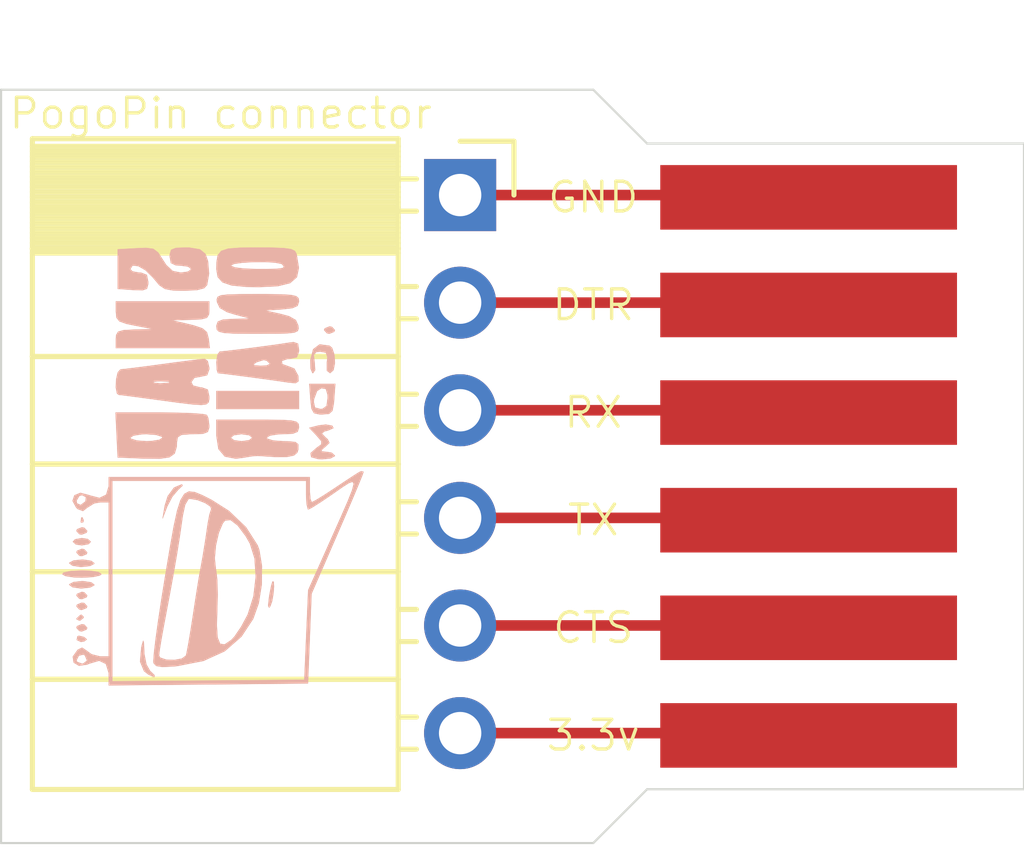
<source format=kicad_pcb>
(kicad_pcb (version 20171130) (host pcbnew "(5.1.2)-1")

  (general
    (thickness 1.6)
    (drawings 15)
    (tracks 12)
    (zones 0)
    (modules 3)
    (nets 7)
  )

  (page A4)
  (layers
    (0 F.Cu signal)
    (31 B.Cu signal)
    (32 B.Adhes user)
    (33 F.Adhes user)
    (34 B.Paste user)
    (35 F.Paste user)
    (36 B.SilkS user)
    (37 F.SilkS user)
    (38 B.Mask user)
    (39 F.Mask user)
    (40 Dwgs.User user)
    (41 Cmts.User user)
    (42 Eco1.User user)
    (43 Eco2.User user)
    (44 Edge.Cuts user)
    (45 Margin user)
    (46 B.CrtYd user)
    (47 F.CrtYd user)
    (48 B.Fab user)
    (49 F.Fab user)
  )

  (setup
    (last_trace_width 0.25)
    (trace_clearance 0.2)
    (zone_clearance 0.508)
    (zone_45_only no)
    (trace_min 0.2)
    (via_size 0.8)
    (via_drill 0.4)
    (via_min_size 0.4)
    (via_min_drill 0.3)
    (uvia_size 0.3)
    (uvia_drill 0.1)
    (uvias_allowed no)
    (uvia_min_size 0.2)
    (uvia_min_drill 0.1)
    (edge_width 0.05)
    (segment_width 0.2)
    (pcb_text_width 0.3)
    (pcb_text_size 1.5 1.5)
    (mod_edge_width 0.12)
    (mod_text_size 1 1)
    (mod_text_width 0.15)
    (pad_size 1.524 1.524)
    (pad_drill 0.762)
    (pad_to_mask_clearance 0.051)
    (solder_mask_min_width 0.25)
    (aux_axis_origin 0 0)
    (visible_elements 7FFFFFFF)
    (pcbplotparams
      (layerselection 0x010ff_ffffffff)
      (usegerberextensions false)
      (usegerberattributes false)
      (usegerberadvancedattributes false)
      (creategerberjobfile false)
      (excludeedgelayer true)
      (linewidth 0.100000)
      (plotframeref false)
      (viasonmask false)
      (mode 1)
      (useauxorigin false)
      (hpglpennumber 1)
      (hpglpenspeed 20)
      (hpglpendiameter 15.000000)
      (psnegative false)
      (psa4output false)
      (plotreference true)
      (plotvalue true)
      (plotinvisibletext false)
      (padsonsilk false)
      (subtractmaskfromsilk false)
      (outputformat 1)
      (mirror false)
      (drillshape 0)
      (scaleselection 1)
      (outputdirectory "gerber/"))
  )

  (net 0 "")
  (net 1 "Net-(J1-Pad6)")
  (net 2 "Net-(J1-Pad5)")
  (net 3 "Net-(J1-Pad4)")
  (net 4 "Net-(J1-Pad3)")
  (net 5 "Net-(J1-Pad2)")
  (net 6 "Net-(J1-Pad1)")

  (net_class Default "Ceci est la Netclass par défaut."
    (clearance 0.2)
    (trace_width 0.25)
    (via_dia 0.8)
    (via_drill 0.4)
    (uvia_dia 0.3)
    (uvia_drill 0.1)
    (add_net "Net-(J1-Pad1)")
    (add_net "Net-(J1-Pad2)")
    (add_net "Net-(J1-Pad3)")
    (add_net "Net-(J1-Pad4)")
    (add_net "Net-(J1-Pad5)")
    (add_net "Net-(J1-Pad6)")
  )

  (module 18650:SOALOGO (layer B.Cu) (tedit 0) (tstamp 5D2B6E91)
    (at 88.9 66.04 270)
    (fp_text reference G*** (at 0 0 90) (layer B.SilkS) hide
      (effects (font (size 1.524 1.524) (thickness 0.3)) (justify mirror))
    )
    (fp_text value LOGO (at 0.75 0 90) (layer B.SilkS) hide
      (effects (font (size 1.524 1.524) (thickness 0.3)) (justify mirror))
    )
    (fp_poly (pts (xy 4.832502 1.706709) (xy 4.916327 1.598091) (xy 4.970983 1.462405) (xy 4.928636 1.460043)
      (xy 4.826 1.566333) (xy 4.674738 1.651636) (xy 4.431819 1.699924) (xy 4.371133 1.70335)
      (xy 4.163759 1.711898) (xy 4.113806 1.726536) (xy 4.209376 1.755703) (xy 4.275667 1.771056)
      (xy 4.608278 1.799917) (xy 4.832502 1.706709)) (layer B.SilkS) (width 0.01))
    (fp_poly (pts (xy 0.943031 1.159809) (xy 0.714873 1.040733) (xy 0.547774 0.899393) (xy 0.540865 0.890369)
      (xy 0.452831 0.798698) (xy 0.423333 0.814302) (xy 0.500685 0.998873) (xy 0.703484 1.147964)
      (xy 0.931333 1.219007) (xy 1.227667 1.268516) (xy 0.943031 1.159809)) (layer B.SilkS) (width 0.01))
    (fp_poly (pts (xy 4.64197 1.482777) (xy 4.709767 1.418458) (xy 4.733976 1.270497) (xy 4.71936 1.001422)
      (xy 4.712215 0.929955) (xy 4.590043 0.305056) (xy 4.361604 -0.196507) (xy 4.017074 -0.590581)
      (xy 3.598333 -0.867107) (xy 3.2311 -0.997679) (xy 2.793319 -1.067877) (xy 2.351344 -1.073723)
      (xy 1.971528 -1.011236) (xy 1.862667 -0.971192) (xy 1.435617 -0.697665) (xy 1.088583 -0.334975)
      (xy 1.265712 -0.334975) (xy 1.396295 -0.503913) (xy 1.648469 -0.692259) (xy 1.820333 -0.790649)
      (xy 2.172437 -0.900865) (xy 2.609169 -0.928011) (xy 3.068846 -0.874265) (xy 3.489788 -0.741806)
      (xy 3.513667 -0.73084) (xy 3.784416 -0.58508) (xy 4.010083 -0.431593) (xy 4.093461 -0.356002)
      (xy 4.202989 -0.195819) (xy 4.189307 -0.088117) (xy 4.041075 -0.027418) (xy 3.746955 -0.008241)
      (xy 3.396638 -0.01924) (xy 3.028027 -0.029043) (xy 2.694828 -0.020286) (xy 2.455478 0.005008)
      (xy 2.413 0.014846) (xy 2.168911 0.039964) (xy 1.865601 0.012336) (xy 1.568213 -0.05543)
      (xy 1.341889 -0.150728) (xy 1.27525 -0.20534) (xy 1.265712 -0.334975) (xy 1.088583 -0.334975)
      (xy 1.052474 -0.297237) (xy 0.791801 0.11283) (xy 0.679102 0.336093) (xy 0.607414 0.511442)
      (xy 0.594519 0.629604) (xy 0.762 0.629604) (xy 0.79224 0.447269) (xy 0.863965 0.264099)
      (xy 0.948681 0.139286) (xy 1.006703 0.121254) (xy 1.137032 0.163939) (xy 1.350649 0.204048)
      (xy 1.366694 0.206263) (xy 1.730064 0.259186) (xy 2.116357 0.321644) (xy 2.438704 0.379464)
      (xy 2.487229 0.389096) (xy 2.645588 0.416965) (xy 2.925492 0.46221) (xy 3.280967 0.5175)
      (xy 3.513667 0.552786) (xy 3.882016 0.610217) (xy 4.192182 0.662515) (xy 4.402741 0.702483)
      (xy 4.466167 0.718293) (xy 4.537584 0.815165) (xy 4.569531 0.99418) (xy 4.562008 1.187135)
      (xy 4.515015 1.325827) (xy 4.466167 1.354652) (xy 4.33601 1.339501) (xy 4.089406 1.299492)
      (xy 3.775993 1.242766) (xy 3.725333 1.233136) (xy 3.052637 1.105774) (xy 2.507128 1.005965)
      (xy 2.050145 0.927086) (xy 1.643025 0.862514) (xy 1.247108 0.805625) (xy 1.164167 0.794358)
      (xy 0.903371 0.737314) (xy 0.77195 0.659303) (xy 0.762 0.629604) (xy 0.594519 0.629604)
      (xy 0.592456 0.648507) (xy 0.649943 0.756918) (xy 0.795591 0.846307) (xy 1.045117 0.926303)
      (xy 1.414236 1.006537) (xy 1.918666 1.09664) (xy 2.574121 1.206241) (xy 2.57694 1.20671)
      (xy 3.134913 1.29679) (xy 3.64087 1.373134) (xy 4.069675 1.432381) (xy 4.396187 1.471171)
      (xy 4.595268 1.486143) (xy 4.64197 1.482777)) (layer B.SilkS) (width 0.01))
    (fp_poly (pts (xy 3.333947 -1.245439) (xy 3.302 -1.271103) (xy 3.182007 -1.313378) (xy 3.006264 -1.344135)
      (xy 2.833475 -1.35804) (xy 2.72234 -1.349758) (xy 2.716389 -1.324317) (xy 2.81485 -1.293504)
      (xy 3.017162 -1.253844) (xy 3.090333 -1.24205) (xy 3.291945 -1.221147) (xy 3.333947 -1.245439)) (layer B.SilkS) (width 0.01))
    (fp_poly (pts (xy 3.639696 3.236494) (xy 3.640667 3.217333) (xy 3.575579 3.13592) (xy 3.551003 3.132666)
      (xy 3.500437 3.184536) (xy 3.513667 3.217333) (xy 3.589749 3.298104) (xy 3.60333 3.302)
      (xy 3.639696 3.236494)) (layer B.SilkS) (width 0.01))
    (fp_poly (pts (xy 1.326444 3.189111) (xy 1.314822 3.138777) (xy 1.27 3.132666) (xy 1.20031 3.163645)
      (xy 1.213555 3.189111) (xy 1.314035 3.199244) (xy 1.326444 3.189111)) (layer B.SilkS) (width 0.01))
    (fp_poly (pts (xy 4.141031 3.199701) (xy 4.130654 3.120962) (xy 4.084022 3.057228) (xy 4.02869 3.121303)
      (xy 3.997622 3.245948) (xy 4.013188 3.279411) (xy 4.096888 3.293314) (xy 4.141031 3.199701)) (layer B.SilkS) (width 0.01))
    (fp_poly (pts (xy 3.885114 3.233423) (xy 3.894667 3.175) (xy 3.848949 3.062328) (xy 3.81 3.048)
      (xy 3.734885 3.116576) (xy 3.725333 3.175) (xy 3.771051 3.287672) (xy 3.81 3.302)
      (xy 3.885114 3.233423)) (layer B.SilkS) (width 0.01))
    (fp_poly (pts (xy 3.377114 3.233423) (xy 3.386667 3.175) (xy 3.340949 3.062328) (xy 3.302 3.048)
      (xy 3.226885 3.116576) (xy 3.217333 3.175) (xy 3.263051 3.287672) (xy 3.302 3.302)
      (xy 3.377114 3.233423)) (layer B.SilkS) (width 0.01))
    (fp_poly (pts (xy 3.123114 3.233423) (xy 3.132667 3.175) (xy 3.086949 3.062328) (xy 3.048 3.048)
      (xy 2.972885 3.116576) (xy 2.963333 3.175) (xy 3.009051 3.287672) (xy 3.048 3.302)
      (xy 3.123114 3.233423)) (layer B.SilkS) (width 0.01))
    (fp_poly (pts (xy 2.107114 3.233423) (xy 2.116667 3.175) (xy 2.070949 3.062328) (xy 2.032 3.048)
      (xy 1.956885 3.116576) (xy 1.947333 3.175) (xy 1.993051 3.287672) (xy 2.032 3.302)
      (xy 2.107114 3.233423)) (layer B.SilkS) (width 0.01))
    (fp_poly (pts (xy 1.599114 3.233423) (xy 1.608667 3.175) (xy 1.562949 3.062328) (xy 1.524 3.048)
      (xy 1.448885 3.116576) (xy 1.439333 3.175) (xy 1.485051 3.287672) (xy 1.524 3.302)
      (xy 1.599114 3.233423)) (layer B.SilkS) (width 0.01))
    (fp_poly (pts (xy 1.841646 3.31421) (xy 1.862667 3.175) (xy 1.833684 3.015885) (xy 1.778 2.963333)
      (xy 1.714354 3.035789) (xy 1.693333 3.175) (xy 1.722316 3.334115) (xy 1.778 3.386666)
      (xy 1.841646 3.31421)) (layer B.SilkS) (width 0.01))
    (fp_poly (pts (xy 2.849962 3.396904) (xy 2.877935 3.21389) (xy 2.878667 3.175) (xy 2.857401 2.979132)
      (xy 2.805111 2.881226) (xy 2.794 2.878666) (xy 2.738038 2.953095) (xy 2.710064 3.13611)
      (xy 2.709333 3.175) (xy 2.730599 3.370867) (xy 2.782888 3.468774) (xy 2.794 3.471333)
      (xy 2.849962 3.396904)) (layer B.SilkS) (width 0.01))
    (fp_poly (pts (xy 2.341962 3.396904) (xy 2.369935 3.21389) (xy 2.370667 3.175) (xy 2.349401 2.979132)
      (xy 2.297111 2.881226) (xy 2.286 2.878666) (xy 2.230038 2.953095) (xy 2.202064 3.13611)
      (xy 2.201333 3.175) (xy 2.222599 3.370867) (xy 2.274888 3.468774) (xy 2.286 3.471333)
      (xy 2.341962 3.396904)) (layer B.SilkS) (width 0.01))
    (fp_poly (pts (xy 2.586366 3.564115) (xy 2.617119 3.366642) (xy 2.624667 3.175) (xy 2.610748 2.919985)
      (xy 2.574844 2.750843) (xy 2.54 2.709333) (xy 2.493633 2.785885) (xy 2.46288 2.983358)
      (xy 2.455333 3.175) (xy 2.469252 3.430015) (xy 2.505156 3.599156) (xy 2.54 3.640666)
      (xy 2.586366 3.564115)) (layer B.SilkS) (width 0.01))
    (fp_poly (pts (xy -0.740833 2.35354) (xy -0.211667 2.328333) (xy -0.186514 1.700793) (xy -0.182546 1.335629)
      (xy -0.216563 1.107365) (xy -0.304069 0.985068) (xy -0.460566 0.937805) (xy -0.5715 0.93263)
      (xy -0.689607 0.912178) (xy -0.745536 0.823107) (xy -0.761599 0.620644) (xy -0.762 0.550333)
      (xy -0.771395 0.314618) (xy -0.815112 0.202947) (xy -0.916446 0.170391) (xy -0.959556 0.169333)
      (xy -1.137365 0.191219) (xy -1.213556 0.225778) (xy -1.235153 0.327594) (xy -1.252934 0.564168)
      (xy -1.265132 0.900935) (xy -1.269981 1.303331) (xy -1.27 1.330484) (xy -1.27 1.651)
      (xy -0.762 1.651) (xy -0.745184 1.42378) (xy -0.702636 1.287482) (xy -0.677333 1.27)
      (xy -0.62684 1.345674) (xy -0.596552 1.537138) (xy -0.592667 1.651) (xy -0.609483 1.878219)
      (xy -0.652031 2.014517) (xy -0.677333 2.032) (xy -0.727827 1.956326) (xy -0.758115 1.764862)
      (xy -0.762 1.651) (xy -1.27 1.651) (xy -1.27 2.378747) (xy -0.740833 2.35354)) (layer B.SilkS) (width 0.01))
    (fp_poly (pts (xy -1.722359 2.344799) (xy -1.690651 2.307166) (xy -1.678692 2.201687) (xy -1.648467 1.96632)
      (xy -1.604916 1.638914) (xy -1.566333 1.354666) (xy -1.503157 0.887982) (xy -1.464346 0.563351)
      (xy -1.451743 0.354998) (xy -1.467189 0.237148) (xy -1.512525 0.184027) (xy -1.589591 0.169859)
      (xy -1.651 0.169333) (xy -1.812122 0.204303) (xy -1.861773 0.341993) (xy -1.862667 0.381)
      (xy -1.906827 0.551238) (xy -1.989667 0.592666) (xy -2.09181 0.519066) (xy -2.116667 0.381)
      (xy -2.151636 0.219878) (xy -2.289327 0.170227) (xy -2.328333 0.169333) (xy -2.486244 0.205396)
      (xy -2.537318 0.275166) (xy -2.525242 0.399103) (xy -2.494732 0.650577) (xy -2.450807 0.989423)
      (xy -2.413 1.27) (xy -2.407328 1.312333) (xy -2.010649 1.312333) (xy -2.003834 1.138082)
      (xy -1.984647 1.093108) (xy -1.973827 1.120846) (xy -1.958057 1.324167) (xy -1.972119 1.459513)
      (xy -1.994422 1.506438) (xy -2.008452 1.404673) (xy -2.010649 1.312333) (xy -2.407328 1.312333)
      (xy -2.362431 1.647375) (xy -2.321598 1.966812) (xy -2.295521 2.188149) (xy -2.288683 2.264833)
      (xy -2.216491 2.327203) (xy -2.050832 2.364662) (xy -1.862517 2.372199) (xy -1.722359 2.344799)) (layer B.SilkS) (width 0.01))
    (fp_poly (pts (xy -3.50917 2.356734) (xy -3.423686 2.287221) (xy -3.365488 2.120554) (xy -3.325031 1.926166)
      (xy -3.239579 1.481666) (xy -3.228456 1.926166) (xy -3.215493 2.185424) (xy -3.17933 2.317658)
      (xy -3.098764 2.365169) (xy -3.005667 2.370666) (xy -2.794 2.370666) (xy -2.794 0.158086)
      (xy -3.022759 0.184876) (xy -3.165493 0.223398) (xy -3.256345 0.326614) (xy -3.327835 0.539069)
      (xy -3.351368 0.635) (xy -3.451218 1.058333) (xy -3.461276 0.613833) (xy -3.473583 0.354595)
      (xy -3.50933 0.222369) (xy -3.589619 0.17485) (xy -3.683 0.169333) (xy -3.894667 0.169333)
      (xy -3.894667 2.370666) (xy -3.652575 2.370666) (xy -3.50917 2.356734)) (layer B.SilkS) (width 0.01))
    (fp_poly (pts (xy -4.164965 1.9685) (xy -4.157108 1.742804) (xy -4.193674 1.638726) (xy -4.299311 1.609707)
      (xy -4.355465 1.608666) (xy -4.519046 1.641845) (xy -4.570706 1.77385) (xy -4.572 1.820333)
      (xy -4.600983 1.979448) (xy -4.656667 2.032) (xy -4.743512 1.978004) (xy -4.728601 1.843432)
      (xy -4.627916 1.669409) (xy -4.457443 1.497059) (xy -4.445 1.487407) (xy -4.277108 1.346588)
      (xy -4.18855 1.212737) (xy -4.154145 1.024615) (xy -4.148667 0.766749) (xy -4.161656 0.461911)
      (xy -4.206251 0.290399) (xy -4.282592 0.220725) (xy -4.550103 0.174079) (xy -4.843299 0.19892)
      (xy -5.0165 0.260782) (xy -5.12162 0.38984) (xy -5.162971 0.636506) (xy -5.164667 0.723874)
      (xy -5.155663 0.957336) (xy -5.111581 1.067317) (xy -5.006811 1.099402) (xy -4.953 1.100666)
      (xy -4.801728 1.073329) (xy -4.746388 0.957121) (xy -4.741333 0.846666) (xy -4.716809 0.668325)
      (xy -4.65772 0.592686) (xy -4.656667 0.592666) (xy -4.596453 0.666043) (xy -4.572 0.838303)
      (xy -4.610695 1.030966) (xy -4.753423 1.184132) (xy -4.872766 1.261397) (xy -5.047833 1.375261)
      (xy -5.13357 1.487392) (xy -5.156752 1.658328) (xy -5.147933 1.883593) (xy -5.122333 2.328333)
      (xy -4.191 2.328333) (xy -4.164965 1.9685)) (layer B.SilkS) (width 0.01))
    (fp_poly (pts (xy -0.410382 -0.048622) (xy -0.232688 -0.198991) (xy -0.183954 -0.457865) (xy -0.204898 -0.623557)
      (xy -0.239549 -0.835337) (xy -0.250214 -0.973253) (xy -0.250183 -0.973667) (xy -0.223671 -1.38854)
      (xy -0.224676 -1.663911) (xy -0.257679 -1.828037) (xy -0.327161 -1.909176) (xy -0.402167 -1.932055)
      (xy -0.518886 -1.932251) (xy -0.574826 -1.861448) (xy -0.591852 -1.678344) (xy -0.592667 -1.572222)
      (xy -0.609243 -1.342969) (xy -0.651248 -1.204234) (xy -0.677333 -1.185334) (xy -0.727827 -1.261008)
      (xy -0.758115 -1.452471) (xy -0.762 -1.566334) (xy -0.77308 -1.804428) (xy -0.819085 -1.917016)
      (xy -0.919169 -1.947188) (xy -0.931333 -1.947334) (xy -1.004089 -1.937007) (xy -1.05238 -1.88693)
      (xy -1.081188 -1.768453) (xy -1.095495 -1.552929) (xy -1.100284 -1.21171) (xy -1.100667 -0.973667)
      (xy -1.100667 -0.592667) (xy -0.762 -0.592667) (xy -0.737476 -0.771009) (xy -0.678387 -0.846647)
      (xy -0.677333 -0.846667) (xy -0.617886 -0.773094) (xy -0.592673 -0.595827) (xy -0.592667 -0.592667)
      (xy -0.617191 -0.414325) (xy -0.67628 -0.338686) (xy -0.677333 -0.338667) (xy -0.736781 -0.412239)
      (xy -0.761994 -0.589507) (xy -0.762 -0.592667) (xy -1.100667 -0.592667) (xy -1.100667 0)
      (xy -0.722646 0) (xy -0.410382 -0.048622)) (layer B.SilkS) (width 0.01))
    (fp_poly (pts (xy -1.354667 -1.947334) (xy -1.778 -1.947334) (xy -1.778 0) (xy -1.354667 0)
      (xy -1.354667 -1.947334)) (layer B.SilkS) (width 0.01))
    (fp_poly (pts (xy -2.276838 -0.010509) (xy -2.201348 -0.035823) (xy -2.201333 -0.036207) (xy -2.19062 -0.143181)
      (xy -2.162567 -0.371611) (xy -2.123307 -0.675254) (xy -2.078969 -1.007867) (xy -2.035687 -1.323208)
      (xy -1.99959 -1.575034) (xy -1.983552 -1.678719) (xy -1.964142 -1.86755) (xy -2.010261 -1.93651)
      (xy -2.132768 -1.932719) (xy -2.307257 -1.838229) (xy -2.355389 -1.7145) (xy -2.413415 -1.552748)
      (xy -2.489248 -1.542911) (xy -2.537543 -1.679792) (xy -2.54 -1.735667) (xy -2.575116 -1.896937)
      (xy -2.712634 -1.946508) (xy -2.74955 -1.947334) (xy -2.896856 -1.924146) (xy -2.932642 -1.819852)
      (xy -2.919503 -1.7145) (xy -2.887933 -1.508496) (xy -2.846865 -1.213715) (xy -2.83347 -1.112475)
      (xy -2.511326 -1.112475) (xy -2.497252 -1.186004) (xy -2.418863 -1.265356) (xy -2.379192 -1.183218)
      (xy -2.373241 -1.037167) (xy -2.383502 -0.886796) (xy -2.421049 -0.888697) (xy -2.46249 -0.953171)
      (xy -2.511326 -1.112475) (xy -2.83347 -1.112475) (xy -2.802457 -0.878078) (xy -2.760863 -0.549503)
      (xy -2.72824 -0.275909) (xy -2.710744 -0.105215) (xy -2.709333 -0.07854) (xy -2.635735 -0.023387)
      (xy -2.458415 -0.000006) (xy -2.455333 0) (xy -2.276838 -0.010509)) (layer B.SilkS) (width 0.01))
    (fp_poly (pts (xy -3.229426 -0.010275) (xy -3.181185 -0.060141) (xy -3.152338 -0.178164) (xy -3.137948 -0.392907)
      (xy -3.133077 -0.732935) (xy -3.132667 -0.979555) (xy -3.133855 -1.398299) (xy -3.141095 -1.675627)
      (xy -3.159902 -1.839459) (xy -3.19579 -1.917712) (xy -3.254274 -1.938304) (xy -3.32081 -1.932055)
      (xy -3.452822 -1.873234) (xy -3.542357 -1.715838) (xy -3.594864 -1.524) (xy -3.680775 -1.143)
      (xy -3.707693 -1.545167) (xy -3.736271 -1.794036) (xy -3.791224 -1.914479) (xy -3.891974 -1.947263)
      (xy -3.899306 -1.947334) (xy -3.969949 -1.936034) (xy -4.016915 -1.883138) (xy -4.044994 -1.760155)
      (xy -4.058977 -1.53859) (xy -4.063654 -1.189952) (xy -4.064 -0.967778) (xy -4.062785 -0.549033)
      (xy -4.055489 -0.271708) (xy -4.036639 -0.107891) (xy -4.00076 -0.029671) (xy -3.942379 -0.009135)
      (xy -3.877198 -0.015278) (xy -3.741276 -0.079809) (xy -3.642333 -0.251751) (xy -3.589177 -0.423334)
      (xy -3.487958 -0.804334) (xy -3.479646 -0.402167) (xy -3.464169 -0.155506) (xy -3.418734 -0.03568)
      (xy -3.324737 -0.000573) (xy -3.302 0) (xy -3.229426 -0.010275)) (layer B.SilkS) (width 0.01))
    (fp_poly (pts (xy -4.469372 -0.031706) (xy -4.34598 -0.142929) (xy -4.272456 -0.35783) (xy -4.238713 -0.700567)
      (xy -4.233333 -1.004386) (xy -4.254198 -1.445062) (xy -4.326748 -1.737312) (xy -4.465924 -1.898009)
      (xy -4.686662 -1.944026) (xy -5.0039 -1.892234) (xy -5.0165 -1.888971) (xy -5.083946 -1.851584)
      (xy -5.127471 -1.761255) (xy -5.152077 -1.58717) (xy -5.162768 -1.298513) (xy -5.163686 -1.14282)
      (xy -4.825191 -1.14282) (xy -4.811781 -1.381067) (xy -4.782233 -1.531433) (xy -4.769556 -1.552222)
      (xy -4.714122 -1.594463) (xy -4.680527 -1.566448) (xy -4.663375 -1.440529) (xy -4.657271 -1.189055)
      (xy -4.656667 -0.973667) (xy -4.667172 -0.653707) (xy -4.695611 -0.430693) (xy -4.737363 -0.339261)
      (xy -4.741333 -0.338667) (xy -4.780532 -0.414617) (xy -4.808371 -0.608214) (xy -4.823656 -0.868076)
      (xy -4.825191 -1.14282) (xy -5.163686 -1.14282) (xy -5.164667 -0.976517) (xy -5.160887 -0.558187)
      (xy -5.139502 -0.280424) (xy -5.085439 -0.11448) (xy -4.983627 -0.031607) (xy -4.818996 -0.003058)
      (xy -4.652721 0) (xy -4.469372 -0.031706)) (layer B.SilkS) (width 0.01))
    (fp_poly (pts (xy -0.727887 -2.362945) (xy -0.594679 -2.477416) (xy -0.519292 -2.476329) (xy -0.441261 -2.36791)
      (xy -0.312206 -2.221551) (xy -0.218856 -2.237388) (xy -0.17244 -2.410066) (xy -0.169333 -2.497667)
      (xy -0.190599 -2.693534) (xy -0.242889 -2.791441) (xy -0.254 -2.794) (xy -0.321129 -2.722163)
      (xy -0.34136 -2.6035) (xy -0.353107 -2.472241) (xy -0.406109 -2.497467) (xy -0.457213 -2.562106)
      (xy -0.555259 -2.663595) (xy -0.639039 -2.625653) (xy -0.685881 -2.572035) (xy -0.775694 -2.486762)
      (xy -0.824779 -2.543249) (xy -0.848809 -2.633742) (xy -0.903376 -2.76007) (xy -0.958706 -2.73354)
      (xy -0.98672 -2.580821) (xy -0.965832 -2.411929) (xy -0.910484 -2.191403) (xy -0.727887 -2.362945)) (layer B.SilkS) (width 0.01))
    (fp_poly (pts (xy -1.5875 -2.217632) (xy -1.36136 -2.243747) (xy -1.257444 -2.302672) (xy -1.228687 -2.431038)
      (xy -1.227667 -2.497667) (xy -1.241483 -2.658295) (xy -1.31431 -2.736916) (xy -1.493214 -2.77016)
      (xy -1.5875 -2.777702) (xy -1.947333 -2.803736) (xy -1.947333 -2.4765) (xy -1.846984 -2.4765)
      (xy -1.828458 -2.583085) (xy -1.692737 -2.622483) (xy -1.614875 -2.624667) (xy -1.427079 -2.600142)
      (xy -1.358751 -2.506244) (xy -1.354667 -2.44971) (xy -1.388038 -2.324678) (xy -1.519477 -2.295762)
      (xy -1.586776 -2.301543) (xy -1.779803 -2.373823) (xy -1.846984 -2.4765) (xy -1.947333 -2.4765)
      (xy -1.947333 -2.191597) (xy -1.5875 -2.217632)) (layer B.SilkS) (width 0.01))
    (fp_poly (pts (xy -2.310601 -2.220857) (xy -2.20548 -2.264448) (xy -2.201333 -2.278773) (xy -2.273818 -2.328465)
      (xy -2.455333 -2.315634) (xy -2.63353 -2.296479) (xy -2.701026 -2.357424) (xy -2.709333 -2.45436)
      (xy -2.684716 -2.584632) (xy -2.577426 -2.619047) (xy -2.455333 -2.606607) (xy -2.258762 -2.607279)
      (xy -2.201333 -2.681664) (xy -2.271639 -2.760992) (xy -2.438213 -2.794679) (xy -2.63454 -2.783726)
      (xy -2.794108 -2.729138) (xy -2.846151 -2.671946) (xy -2.879041 -2.435625) (xy -2.765126 -2.283317)
      (xy -2.518129 -2.217389) (xy -2.310601 -2.220857)) (layer B.SilkS) (width 0.01))
    (fp_poly (pts (xy -3.142219 -2.608577) (xy -3.132667 -2.667) (xy -3.178384 -2.779672) (xy -3.217333 -2.794)
      (xy -3.292448 -2.725424) (xy -3.302 -2.667) (xy -3.256283 -2.554328) (xy -3.217333 -2.54)
      (xy -3.142219 -2.608577)) (layer B.SilkS) (width 0.01))
    (fp_poly (pts (xy 0.974682 3.305951) (xy 1.006677 3.2709) (xy 1.052593 3.147244) (xy 0.974711 3.048866)
      (xy 0.872593 2.8839) (xy 0.846667 2.7413) (xy 0.846667 2.54) (xy 4.487333 2.54)
      (xy 4.487333 2.7413) (xy 4.436309 2.944187) (xy 4.359289 3.048866) (xy 4.298858 3.137391)
      (xy 4.439961 3.137391) (xy 4.461413 3.102142) (xy 4.584316 3.050638) (xy 4.654209 3.141259)
      (xy 4.656667 3.175) (xy 4.6136 3.287711) (xy 4.576997 3.302) (xy 4.466437 3.245979)
      (xy 4.439961 3.137391) (xy 4.298858 3.137391) (xy 4.27854 3.167153) (xy 4.327323 3.2709)
      (xy 4.490405 3.387078) (xy 4.629385 3.366976) (xy 4.704616 3.242932) (xy 4.676451 3.047284)
      (xy 4.655403 3.003305) (xy 4.58567 2.765607) (xy 4.661612 2.606264) (xy 4.874718 2.540808)
      (xy 4.909349 2.54) (xy 5.167345 2.54) (xy 5.122333 -2.159) (xy 4.064 -2.201334)
      (xy 3.005667 -2.243667) (xy 1.593023 -2.8575) (xy 1.139742 -3.053259) (xy 0.740919 -3.223212)
      (xy 0.422107 -3.356656) (xy 0.208861 -3.442888) (xy 0.127526 -3.471334) (xy 0.114071 -3.414442)
      (xy 0.136747 -3.3655) (xy 0.213492 -3.244436) (xy 0.354183 -3.03017) (xy 0.522744 -2.777479)
      (xy 0.684919 -2.529714) (xy 0.801113 -2.340072) (xy 0.846646 -2.248873) (xy 0.846667 -2.248312)
      (xy 0.772141 -2.217243) (xy 0.588921 -2.201733) (xy 0.550333 -2.201334) (xy 0.254 -2.201334)
      (xy 0.254 2.455333) (xy 0.338667 2.455333) (xy 0.338667 -2.116667) (xy 0.677333 -2.116667)
      (xy 0.889491 -2.128143) (xy 1.007414 -2.156809) (xy 1.016 -2.168364) (xy 0.970737 -2.257435)
      (xy 0.850698 -2.447324) (xy 0.679507 -2.701045) (xy 0.633518 -2.767207) (xy 0.487222 -2.976176)
      (xy 0.391706 -3.125303) (xy 0.361783 -3.21353) (xy 0.412263 -3.239802) (xy 0.557956 -3.203064)
      (xy 0.813674 -3.102257) (xy 1.194226 -2.936328) (xy 1.714424 -2.704219) (xy 1.751997 -2.687453)
      (xy 2.921 -2.165913) (xy 3.979333 -2.120123) (xy 5.037667 -2.074334) (xy 5.054758 0.1905)
      (xy 5.07185 2.455333) (xy 0.338667 2.455333) (xy 0.254 2.455333) (xy 0.254 2.54)
      (xy 0.468324 2.54) (xy 0.668555 2.599284) (xy 0.745122 2.758625) (xy 0.685422 2.990254)
      (xy 0.678597 3.003305) (xy 0.636149 3.167944) (xy 0.677333 3.167944) (xy 0.726687 3.075226)
      (xy 0.828237 3.090011) (xy 0.91193 3.201458) (xy 0.875081 3.287825) (xy 0.811389 3.302)
      (xy 0.694757 3.23383) (xy 0.677333 3.167944) (xy 0.636149 3.167944) (xy 0.625511 3.2092)
      (xy 0.683595 3.349831) (xy 0.813201 3.392861) (xy 0.974682 3.305951)) (layer B.SilkS) (width 0.01))
  )

  (module Socket_Strips:Socket_Strip_Angled_1x06_Pitch2.54mm (layer F.Cu) (tedit 58CD5446) (tstamp 5D2B690D)
    (at 94.649001 59.635401)
    (descr "Through hole angled socket strip, 1x06, 2.54mm pitch, 8.51mm socket length, single row")
    (tags "Through hole angled socket strip THT 1x06 2.54mm single row")
    (path /5D2B8081)
    (fp_text reference J1 (at -5.749001 -3.755401) (layer F.SilkS) hide
      (effects (font (size 1 1) (thickness 0.15)))
    )
    (fp_text value Input (at -4.38 14.97) (layer F.Fab)
      (effects (font (size 1 1) (thickness 0.15)))
    )
    (fp_text user %R (at -5.749001 -3.755401) (layer F.Fab)
      (effects (font (size 1 1) (thickness 0.15)))
    )
    (fp_line (start -10.55 -1.8) (end 1.8 -1.8) (layer F.CrtYd) (width 0.05))
    (fp_line (start -10.55 14.5) (end -10.55 -1.8) (layer F.CrtYd) (width 0.05))
    (fp_line (start 1.8 14.5) (end -10.55 14.5) (layer F.CrtYd) (width 0.05))
    (fp_line (start 1.8 -1.8) (end 1.8 14.5) (layer F.CrtYd) (width 0.05))
    (fp_line (start 1.27 -1.27) (end 1.27 0) (layer F.SilkS) (width 0.12))
    (fp_line (start 0 -1.27) (end 1.27 -1.27) (layer F.SilkS) (width 0.12))
    (fp_line (start -1.03 13.08) (end -1.46 13.08) (layer F.SilkS) (width 0.12))
    (fp_line (start -1.03 12.32) (end -1.46 12.32) (layer F.SilkS) (width 0.12))
    (fp_line (start -10.09 11.43) (end -1.46 11.43) (layer F.SilkS) (width 0.12))
    (fp_line (start -10.09 14.03) (end -10.09 11.43) (layer F.SilkS) (width 0.12))
    (fp_line (start -1.46 14.03) (end -10.09 14.03) (layer F.SilkS) (width 0.12))
    (fp_line (start -1.46 11.43) (end -1.46 14.03) (layer F.SilkS) (width 0.12))
    (fp_line (start -1.03 10.54) (end -1.46 10.54) (layer F.SilkS) (width 0.12))
    (fp_line (start -1.03 9.78) (end -1.46 9.78) (layer F.SilkS) (width 0.12))
    (fp_line (start -10.09 8.89) (end -1.46 8.89) (layer F.SilkS) (width 0.12))
    (fp_line (start -10.09 11.43) (end -10.09 8.89) (layer F.SilkS) (width 0.12))
    (fp_line (start -1.46 11.43) (end -10.09 11.43) (layer F.SilkS) (width 0.12))
    (fp_line (start -1.46 8.89) (end -1.46 11.43) (layer F.SilkS) (width 0.12))
    (fp_line (start -1.03 8) (end -1.46 8) (layer F.SilkS) (width 0.12))
    (fp_line (start -1.03 7.24) (end -1.46 7.24) (layer F.SilkS) (width 0.12))
    (fp_line (start -10.09 6.35) (end -1.46 6.35) (layer F.SilkS) (width 0.12))
    (fp_line (start -10.09 8.89) (end -10.09 6.35) (layer F.SilkS) (width 0.12))
    (fp_line (start -1.46 8.89) (end -10.09 8.89) (layer F.SilkS) (width 0.12))
    (fp_line (start -1.46 6.35) (end -1.46 8.89) (layer F.SilkS) (width 0.12))
    (fp_line (start -1.03 5.46) (end -1.46 5.46) (layer F.SilkS) (width 0.12))
    (fp_line (start -1.03 4.7) (end -1.46 4.7) (layer F.SilkS) (width 0.12))
    (fp_line (start -10.09 3.81) (end -1.46 3.81) (layer F.SilkS) (width 0.12))
    (fp_line (start -10.09 6.35) (end -10.09 3.81) (layer F.SilkS) (width 0.12))
    (fp_line (start -1.46 6.35) (end -10.09 6.35) (layer F.SilkS) (width 0.12))
    (fp_line (start -1.46 3.81) (end -1.46 6.35) (layer F.SilkS) (width 0.12))
    (fp_line (start -1.03 2.92) (end -1.46 2.92) (layer F.SilkS) (width 0.12))
    (fp_line (start -1.03 2.16) (end -1.46 2.16) (layer F.SilkS) (width 0.12))
    (fp_line (start -10.09 1.27) (end -1.46 1.27) (layer F.SilkS) (width 0.12))
    (fp_line (start -10.09 3.81) (end -10.09 1.27) (layer F.SilkS) (width 0.12))
    (fp_line (start -1.46 3.81) (end -10.09 3.81) (layer F.SilkS) (width 0.12))
    (fp_line (start -1.46 1.27) (end -1.46 3.81) (layer F.SilkS) (width 0.12))
    (fp_line (start -1.46 1.37) (end -10.09 1.37) (layer F.SilkS) (width 0.12))
    (fp_line (start -1.46 1.25) (end -10.09 1.25) (layer F.SilkS) (width 0.12))
    (fp_line (start -1.46 1.13) (end -10.09 1.13) (layer F.SilkS) (width 0.12))
    (fp_line (start -1.46 1.01) (end -10.09 1.01) (layer F.SilkS) (width 0.12))
    (fp_line (start -1.46 0.89) (end -10.09 0.89) (layer F.SilkS) (width 0.12))
    (fp_line (start -1.46 0.77) (end -10.09 0.77) (layer F.SilkS) (width 0.12))
    (fp_line (start -1.46 0.65) (end -10.09 0.65) (layer F.SilkS) (width 0.12))
    (fp_line (start -1.46 0.53) (end -10.09 0.53) (layer F.SilkS) (width 0.12))
    (fp_line (start -1.46 0.41) (end -10.09 0.41) (layer F.SilkS) (width 0.12))
    (fp_line (start -1.46 0.29) (end -10.09 0.29) (layer F.SilkS) (width 0.12))
    (fp_line (start -1.46 0.17) (end -10.09 0.17) (layer F.SilkS) (width 0.12))
    (fp_line (start -1.46 0.05) (end -10.09 0.05) (layer F.SilkS) (width 0.12))
    (fp_line (start -1.46 -0.07) (end -10.09 -0.07) (layer F.SilkS) (width 0.12))
    (fp_line (start -1.46 -0.19) (end -10.09 -0.19) (layer F.SilkS) (width 0.12))
    (fp_line (start -1.46 -0.31) (end -10.09 -0.31) (layer F.SilkS) (width 0.12))
    (fp_line (start -1.46 -0.43) (end -10.09 -0.43) (layer F.SilkS) (width 0.12))
    (fp_line (start -1.46 -0.55) (end -10.09 -0.55) (layer F.SilkS) (width 0.12))
    (fp_line (start -1.46 -0.67) (end -10.09 -0.67) (layer F.SilkS) (width 0.12))
    (fp_line (start -1.46 -0.79) (end -10.09 -0.79) (layer F.SilkS) (width 0.12))
    (fp_line (start -1.46 -0.91) (end -10.09 -0.91) (layer F.SilkS) (width 0.12))
    (fp_line (start -1.46 -1.03) (end -10.09 -1.03) (layer F.SilkS) (width 0.12))
    (fp_line (start -1.46 -1.15) (end -10.09 -1.15) (layer F.SilkS) (width 0.12))
    (fp_line (start -1.03 0.38) (end -1.46 0.38) (layer F.SilkS) (width 0.12))
    (fp_line (start -1.03 -0.38) (end -1.46 -0.38) (layer F.SilkS) (width 0.12))
    (fp_line (start -10.09 -1.33) (end -1.46 -1.33) (layer F.SilkS) (width 0.12))
    (fp_line (start -10.09 1.27) (end -10.09 -1.33) (layer F.SilkS) (width 0.12))
    (fp_line (start -1.46 1.27) (end -10.09 1.27) (layer F.SilkS) (width 0.12))
    (fp_line (start -1.46 -1.33) (end -1.46 1.27) (layer F.SilkS) (width 0.12))
    (fp_line (start -1.52 12.38) (end 0 12.38) (layer F.Fab) (width 0.1))
    (fp_line (start -1.52 13.02) (end -1.52 12.38) (layer F.Fab) (width 0.1))
    (fp_line (start 0 13.02) (end -1.52 13.02) (layer F.Fab) (width 0.1))
    (fp_line (start 0 12.38) (end 0 13.02) (layer F.Fab) (width 0.1))
    (fp_line (start -10.03 11.43) (end -1.52 11.43) (layer F.Fab) (width 0.1))
    (fp_line (start -10.03 13.97) (end -10.03 11.43) (layer F.Fab) (width 0.1))
    (fp_line (start -1.52 13.97) (end -10.03 13.97) (layer F.Fab) (width 0.1))
    (fp_line (start -1.52 11.43) (end -1.52 13.97) (layer F.Fab) (width 0.1))
    (fp_line (start -1.52 9.84) (end 0 9.84) (layer F.Fab) (width 0.1))
    (fp_line (start -1.52 10.48) (end -1.52 9.84) (layer F.Fab) (width 0.1))
    (fp_line (start 0 10.48) (end -1.52 10.48) (layer F.Fab) (width 0.1))
    (fp_line (start 0 9.84) (end 0 10.48) (layer F.Fab) (width 0.1))
    (fp_line (start -10.03 8.89) (end -1.52 8.89) (layer F.Fab) (width 0.1))
    (fp_line (start -10.03 11.43) (end -10.03 8.89) (layer F.Fab) (width 0.1))
    (fp_line (start -1.52 11.43) (end -10.03 11.43) (layer F.Fab) (width 0.1))
    (fp_line (start -1.52 8.89) (end -1.52 11.43) (layer F.Fab) (width 0.1))
    (fp_line (start -1.52 7.3) (end 0 7.3) (layer F.Fab) (width 0.1))
    (fp_line (start -1.52 7.94) (end -1.52 7.3) (layer F.Fab) (width 0.1))
    (fp_line (start 0 7.94) (end -1.52 7.94) (layer F.Fab) (width 0.1))
    (fp_line (start 0 7.3) (end 0 7.94) (layer F.Fab) (width 0.1))
    (fp_line (start -10.03 6.35) (end -1.52 6.35) (layer F.Fab) (width 0.1))
    (fp_line (start -10.03 8.89) (end -10.03 6.35) (layer F.Fab) (width 0.1))
    (fp_line (start -1.52 8.89) (end -10.03 8.89) (layer F.Fab) (width 0.1))
    (fp_line (start -1.52 6.35) (end -1.52 8.89) (layer F.Fab) (width 0.1))
    (fp_line (start -1.52 4.76) (end 0 4.76) (layer F.Fab) (width 0.1))
    (fp_line (start -1.52 5.4) (end -1.52 4.76) (layer F.Fab) (width 0.1))
    (fp_line (start 0 5.4) (end -1.52 5.4) (layer F.Fab) (width 0.1))
    (fp_line (start 0 4.76) (end 0 5.4) (layer F.Fab) (width 0.1))
    (fp_line (start -10.03 3.81) (end -1.52 3.81) (layer F.Fab) (width 0.1))
    (fp_line (start -10.03 6.35) (end -10.03 3.81) (layer F.Fab) (width 0.1))
    (fp_line (start -1.52 6.35) (end -10.03 6.35) (layer F.Fab) (width 0.1))
    (fp_line (start -1.52 3.81) (end -1.52 6.35) (layer F.Fab) (width 0.1))
    (fp_line (start -1.52 2.22) (end 0 2.22) (layer F.Fab) (width 0.1))
    (fp_line (start -1.52 2.86) (end -1.52 2.22) (layer F.Fab) (width 0.1))
    (fp_line (start 0 2.86) (end -1.52 2.86) (layer F.Fab) (width 0.1))
    (fp_line (start 0 2.22) (end 0 2.86) (layer F.Fab) (width 0.1))
    (fp_line (start -10.03 1.27) (end -1.52 1.27) (layer F.Fab) (width 0.1))
    (fp_line (start -10.03 3.81) (end -10.03 1.27) (layer F.Fab) (width 0.1))
    (fp_line (start -1.52 3.81) (end -10.03 3.81) (layer F.Fab) (width 0.1))
    (fp_line (start -1.52 1.27) (end -1.52 3.81) (layer F.Fab) (width 0.1))
    (fp_line (start -1.52 -0.32) (end 0 -0.32) (layer F.Fab) (width 0.1))
    (fp_line (start -1.52 0.32) (end -1.52 -0.32) (layer F.Fab) (width 0.1))
    (fp_line (start 0 0.32) (end -1.52 0.32) (layer F.Fab) (width 0.1))
    (fp_line (start 0 -0.32) (end 0 0.32) (layer F.Fab) (width 0.1))
    (fp_line (start -10.03 -1.27) (end -1.52 -1.27) (layer F.Fab) (width 0.1))
    (fp_line (start -10.03 1.27) (end -10.03 -1.27) (layer F.Fab) (width 0.1))
    (fp_line (start -1.52 1.27) (end -10.03 1.27) (layer F.Fab) (width 0.1))
    (fp_line (start -1.52 -1.27) (end -1.52 1.27) (layer F.Fab) (width 0.1))
    (pad 6 thru_hole oval (at 0 12.7) (size 1.7 1.7) (drill 1) (layers *.Cu *.Mask)
      (net 1 "Net-(J1-Pad6)"))
    (pad 5 thru_hole oval (at 0 10.16) (size 1.7 1.7) (drill 1) (layers *.Cu *.Mask)
      (net 2 "Net-(J1-Pad5)"))
    (pad 4 thru_hole oval (at 0 7.62) (size 1.7 1.7) (drill 1) (layers *.Cu *.Mask)
      (net 3 "Net-(J1-Pad4)"))
    (pad 3 thru_hole oval (at 0 5.08) (size 1.7 1.7) (drill 1) (layers *.Cu *.Mask)
      (net 4 "Net-(J1-Pad3)"))
    (pad 2 thru_hole oval (at 0 2.54) (size 1.7 1.7) (drill 1) (layers *.Cu *.Mask)
      (net 5 "Net-(J1-Pad2)"))
    (pad 1 thru_hole rect (at 0 0) (size 1.7 1.7) (drill 1) (layers *.Cu *.Mask)
      (net 6 "Net-(J1-Pad1)"))
    (model ${KISYS3DMOD}/Socket_Strips.3dshapes/Socket_Strip_Angled_1x06_Pitch2.54mm.wrl
      (offset (xyz 0 -6.349999904632568 0))
      (scale (xyz 1 1 1))
      (rotate (xyz 0 0 270))
    )
  )

  (module 18650:POGO6 (layer F.Cu) (tedit 5D2B660B) (tstamp 5D2B6917)
    (at 99.06 58.42 270)
    (path /5D2BA25C)
    (fp_text reference J2 (at -2.54 -5.08 90) (layer F.SilkS) hide
      (effects (font (size 1 1) (thickness 0.15)))
    )
    (fp_text value Output (at 2.54 1.27 90) (layer F.Fab)
      (effects (font (size 1 1) (thickness 0.15)))
    )
    (pad 1 smd rect (at 1.27 -3.81 270) (size 1.524 7) (layers F.Cu F.Paste F.Mask)
      (net 6 "Net-(J1-Pad1)"))
    (pad 2 smd rect (at 3.81 -3.81 270) (size 1.524 7) (layers F.Cu F.Paste F.Mask)
      (net 5 "Net-(J1-Pad2)"))
    (pad 3 smd rect (at 6.35 -3.81 270) (size 1.524 7) (layers F.Cu F.Paste F.Mask)
      (net 4 "Net-(J1-Pad3)"))
    (pad 4 smd rect (at 8.89 -3.81 270) (size 1.524 7) (layers F.Cu F.Paste F.Mask)
      (net 3 "Net-(J1-Pad4)"))
    (pad 6 smd rect (at 13.97 -3.81 270) (size 1.524 7) (layers F.Cu F.Paste F.Mask)
      (net 1 "Net-(J1-Pad6)"))
    (pad 5 smd rect (at 11.43 -3.81 270) (size 1.524 7) (layers F.Cu F.Paste F.Mask)
      (net 2 "Net-(J1-Pad5)"))
  )

  (gr_text "PogoPin connector" (at 89.0016 57.7088) (layer F.SilkS)
    (effects (font (size 0.7 0.7) (thickness 0.08)))
  )
  (gr_text 3.3v (at 97.79 72.39) (layer F.SilkS) (tstamp 5D2B6F45)
    (effects (font (size 0.7 0.7) (thickness 0.08)))
  )
  (gr_text CTS (at 97.79 69.85) (layer F.SilkS) (tstamp 5D2B6F42)
    (effects (font (size 0.7 0.7) (thickness 0.08)))
  )
  (gr_text TX (at 97.79 67.31) (layer F.SilkS) (tstamp 5D2B6F3F)
    (effects (font (size 0.7 0.7) (thickness 0.08)))
  )
  (gr_text RX (at 97.79 64.77) (layer F.SilkS) (tstamp 5D2B6F3C)
    (effects (font (size 0.7 0.7) (thickness 0.08)))
  )
  (gr_text DTR (at 97.79 62.23) (layer F.SilkS) (tstamp 5D2B6F39)
    (effects (font (size 0.7 0.7) (thickness 0.08)))
  )
  (gr_text GND (at 97.79 59.69) (layer F.SilkS)
    (effects (font (size 0.7 0.7) (thickness 0.08)))
  )
  (gr_line (start 83.82 74.93) (end 83.82 57.15) (layer Edge.Cuts) (width 0.05) (tstamp 5D2B679D))
  (gr_line (start 97.79 74.93) (end 83.82 74.93) (layer Edge.Cuts) (width 0.05))
  (gr_line (start 99.06 73.66) (end 97.79 74.93) (layer Edge.Cuts) (width 0.05))
  (gr_line (start 107.95 73.66) (end 99.06 73.66) (layer Edge.Cuts) (width 0.05))
  (gr_line (start 107.95 58.42) (end 107.95 73.66) (layer Edge.Cuts) (width 0.05))
  (gr_line (start 99.06 58.42) (end 107.95 58.42) (layer Edge.Cuts) (width 0.05))
  (gr_line (start 97.79 57.15) (end 99.06 58.42) (layer Edge.Cuts) (width 0.05))
  (gr_line (start 83.82 57.15) (end 97.79 57.15) (layer Edge.Cuts) (width 0.05))

  (segment (start 102.815401 72.335401) (end 102.87 72.39) (width 0.25) (layer F.Cu) (net 1))
  (segment (start 94.649001 72.335401) (end 102.815401 72.335401) (width 0.25) (layer F.Cu) (net 1))
  (segment (start 102.815401 69.795401) (end 102.87 69.85) (width 0.25) (layer F.Cu) (net 2))
  (segment (start 94.649001 69.795401) (end 102.815401 69.795401) (width 0.25) (layer F.Cu) (net 2))
  (segment (start 102.815401 67.255401) (end 102.87 67.31) (width 0.25) (layer F.Cu) (net 3))
  (segment (start 94.649001 67.255401) (end 102.815401 67.255401) (width 0.25) (layer F.Cu) (net 3))
  (segment (start 102.815401 64.715401) (end 102.87 64.77) (width 0.25) (layer F.Cu) (net 4))
  (segment (start 94.649001 64.715401) (end 102.815401 64.715401) (width 0.25) (layer F.Cu) (net 4))
  (segment (start 102.815401 62.175401) (end 102.87 62.23) (width 0.25) (layer F.Cu) (net 5))
  (segment (start 94.649001 62.175401) (end 102.815401 62.175401) (width 0.25) (layer F.Cu) (net 5))
  (segment (start 102.815401 59.635401) (end 102.87 59.69) (width 0.25) (layer F.Cu) (net 6))
  (segment (start 94.649001 59.635401) (end 102.815401 59.635401) (width 0.25) (layer F.Cu) (net 6))

)

</source>
